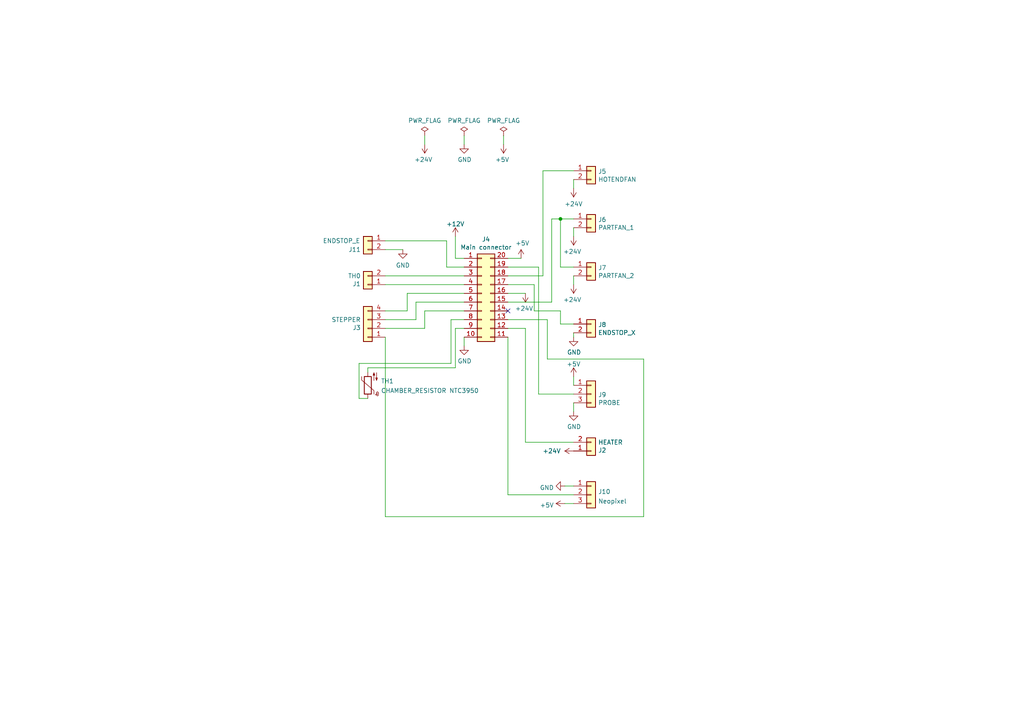
<source format=kicad_sch>
(kicad_sch (version 20211123) (generator eeschema)
  (paper "A4")
  (lib_symbols
    (symbol "Connector_Generic:Conn_01x02" (pin_names (offset 1.016) hide)
      (property "Reference" "J" (at 0 2.54 0))
      (property "Value" "Conn_01x02" (at 0 -5.08 0))
      (symbol "Conn_01x02_1_1"
        (rectangle (start -1.27 -2.413) (end 0 -2.667) (stroke (width 0.1524)))
        (rectangle (start -1.27 0.127) (end 0 -0.127) (stroke (width 0.1524)))
        (rectangle (start -1.27 1.27) (end 1.27 -3.81) (stroke (width 0.254)) (fill (type background)))
        (pin passive line (at -5.08 0 0) (length 3.81) (name "Pin_1") (number "1"))
        (pin passive line (at -5.08 -2.54 0) (length 3.81) (name "Pin_2") (number "2"))
      )
    )
    (symbol "Connector_Generic:Conn_01x03" (pin_names (offset 1.016) hide)
      (property "Reference" "J" (at 0 5.08 0))
      (property "Value" "Conn_01x03" (at 0 -5.08 0))
      (symbol "Conn_01x03_1_1"
        (rectangle (start -1.27 -2.413) (end 0 -2.667) (stroke (width 0.1524)))
        (rectangle (start -1.27 0.127) (end 0 -0.127) (stroke (width 0.1524)))
        (rectangle (start -1.27 2.667) (end 0 2.413) (stroke (width 0.1524)))
        (rectangle (start -1.27 3.81) (end 1.27 -3.81) (stroke (width 0.254)) (fill (type background)))
        (pin passive line (at -5.08 2.54 0) (length 3.81) (name "Pin_1") (number "1"))
        (pin passive line (at -5.08 0 0) (length 3.81) (name "Pin_2") (number "2"))
        (pin passive line (at -5.08 -2.54 0) (length 3.81) (name "Pin_3") (number "3"))
      )
    )
    (symbol "Connector_Generic:Conn_01x04" (pin_names (offset 1.016) hide)
      (property "Reference" "J" (at 0 5.08 0))
      (property "Value" "Conn_01x04" (at 0 -7.62 0))
      (symbol "Conn_01x04_1_1"
        (rectangle (start -1.27 -4.953) (end 0 -5.207) (stroke (width 0.1524)))
        (rectangle (start -1.27 -2.413) (end 0 -2.667) (stroke (width 0.1524)))
        (rectangle (start -1.27 0.127) (end 0 -0.127) (stroke (width 0.1524)))
        (rectangle (start -1.27 2.667) (end 0 2.413) (stroke (width 0.1524)))
        (rectangle (start -1.27 3.81) (end 1.27 -6.35) (stroke (width 0.254)) (fill (type background)))
        (pin passive line (at -5.08 2.54 0) (length 3.81) (name "Pin_1") (number "1"))
        (pin passive line (at -5.08 0 0) (length 3.81) (name "Pin_2") (number "2"))
        (pin passive line (at -5.08 -2.54 0) (length 3.81) (name "Pin_3") (number "3"))
        (pin passive line (at -5.08 -5.08 0) (length 3.81) (name "Pin_4") (number "4"))
      )
    )
    (symbol "Connector_Generic:Conn_02x10_Counter_Clockwise" (pin_names (offset 1.016) hide)
      (property "Reference" "J" (at 1.27 12.7 0))
      (property "Value" "Conn_02x10_Counter_Clockwise" (at 1.27 -15.24 0))
      (symbol "Conn_02x10_Counter_Clockwise_1_1"
        (rectangle (start -1.27 -12.573) (end 0 -12.827) (stroke (width 0.1524)))
        (rectangle (start -1.27 -10.033) (end 0 -10.287) (stroke (width 0.1524)))
        (rectangle (start -1.27 -7.493) (end 0 -7.747) (stroke (width 0.1524)))
        (rectangle (start -1.27 -4.953) (end 0 -5.207) (stroke (width 0.1524)))
        (rectangle (start -1.27 -2.413) (end 0 -2.667) (stroke (width 0.1524)))
        (rectangle (start -1.27 0.127) (end 0 -0.127) (stroke (width 0.1524)))
        (rectangle (start -1.27 2.667) (end 0 2.413) (stroke (width 0.1524)))
        (rectangle (start -1.27 5.207) (end 0 4.953) (stroke (width 0.1524)))
        (rectangle (start -1.27 7.747) (end 0 7.493) (stroke (width 0.1524)))
        (rectangle (start -1.27 10.287) (end 0 10.033) (stroke (width 0.1524)))
        (rectangle (start -1.27 11.43) (end 3.81 -13.97) (stroke (width 0.254)) (fill (type background)))
        (rectangle (start 3.81 -12.573) (end 2.54 -12.827) (stroke (width 0.1524)))
        (rectangle (start 3.81 -10.033) (end 2.54 -10.287) (stroke (width 0.1524)))
        (rectangle (start 3.81 -7.493) (end 2.54 -7.747) (stroke (width 0.1524)))
        (rectangle (start 3.81 -4.953) (end 2.54 -5.207) (stroke (width 0.1524)))
        (rectangle (start 3.81 -2.413) (end 2.54 -2.667) (stroke (width 0.1524)))
        (rectangle (start 3.81 0.127) (end 2.54 -0.127) (stroke (width 0.1524)))
        (rectangle (start 3.81 2.667) (end 2.54 2.413) (stroke (width 0.1524)))
        (rectangle (start 3.81 5.207) (end 2.54 4.953) (stroke (width 0.1524)))
        (rectangle (start 3.81 7.747) (end 2.54 7.493) (stroke (width 0.1524)))
        (rectangle (start 3.81 10.287) (end 2.54 10.033) (stroke (width 0.1524)))
        (pin passive line (at -5.08 10.16 0) (length 3.81) (name "Pin_1") (number "1"))
        (pin passive line (at -5.08 -12.7 0) (length 3.81) (name "Pin_10") (number "10"))
        (pin passive line (at 7.62 -12.7 180) (length 3.81) (name "Pin_11") (number "11"))
        (pin passive line (at 7.62 -10.16 180) (length 3.81) (name "Pin_12") (number "12"))
        (pin passive line (at 7.62 -7.62 180) (length 3.81) (name "Pin_13") (number "13"))
        (pin passive line (at 7.62 -5.08 180) (length 3.81) (name "Pin_14") (number "14"))
        (pin passive line (at 7.62 -2.54 180) (length 3.81) (name "Pin_15") (number "15"))
        (pin passive line (at 7.62 0 180) (length 3.81) (name "Pin_16") (number "16"))
        (pin passive line (at 7.62 2.54 180) (length 3.81) (name "Pin_17") (number "17"))
        (pin passive line (at 7.62 5.08 180) (length 3.81) (name "Pin_18") (number "18"))
        (pin passive line (at 7.62 7.62 180) (length 3.81) (name "Pin_19") (number "19"))
        (pin passive line (at -5.08 7.62 0) (length 3.81) (name "Pin_2") (number "2"))
        (pin passive line (at 7.62 10.16 180) (length 3.81) (name "Pin_20") (number "20"))
        (pin passive line (at -5.08 5.08 0) (length 3.81) (name "Pin_3") (number "3"))
        (pin passive line (at -5.08 2.54 0) (length 3.81) (name "Pin_4") (number "4"))
        (pin passive line (at -5.08 0 0) (length 3.81) (name "Pin_5") (number "5"))
        (pin passive line (at -5.08 -2.54 0) (length 3.81) (name "Pin_6") (number "6"))
        (pin passive line (at -5.08 -5.08 0) (length 3.81) (name "Pin_7") (number "7"))
        (pin passive line (at -5.08 -7.62 0) (length 3.81) (name "Pin_8") (number "8"))
        (pin passive line (at -5.08 -10.16 0) (length 3.81) (name "Pin_9") (number "9"))
      )
    )
    (symbol "Device:Thermistor_NTC" (pin_numbers hide) (pin_names (offset 0))
      (property "Reference" "TH" (at -4.445 0 90))
      (property "Value" "Thermistor_NTC" (at 3.175 0 90))
      (symbol "Thermistor_NTC_0_1"
        (arc (start -3.048 2.159) (mid -3.0505 2.3165) (end -3.175 2.413))
        (arc (start -3.048 2.159) (mid -2.9736 1.9794) (end -2.794 1.905))
        (arc (start -3.048 2.794) (mid -2.9736 2.6144) (end -2.794 2.54))
        (arc (start -2.794 1.905) (mid -2.6144 1.9794) (end -2.54 2.159))
        (arc (start -2.794 2.54) (mid -2.434 2.5608) (end -2.159 2.794))
        (arc (start -2.794 3.048) (mid -2.9736 2.9736) (end -3.048 2.794))
        (arc (start -2.54 2.794) (mid -2.6144 2.9736) (end -2.794 3.048))
        (rectangle (start -1.016 2.54) (end 1.016 -2.54) (stroke (width 0.254)))
        (polyline (pts (xy -2.54 2.159) (xy -2.54 2.794)))
        (polyline (pts (xy -1.778 2.54) (xy -1.778 1.524) (xy 1.778 -1.524) (xy 1.778 -2.54)))
        (polyline (pts (xy -2.54 -3.683) (xy -2.54 -1.397) (xy -2.794 -2.159) (xy -2.286 -2.159) (xy -2.54 -1.397) (xy -2.54 -1.651)) (fill (type outline)))
        (polyline (pts (xy -1.778 -1.397) (xy -1.778 -3.683) (xy -2.032 -2.921) (xy -1.524 -2.921) (xy -1.778 -3.683) (xy -1.778 -3.429)) (fill (type outline)))
      )
      (symbol "Thermistor_NTC_1_1"
        (pin passive line (at 0 3.81 270) (length 1.27) (name "~") (number "1"))
        (pin passive line (at 0 -3.81 90) (length 1.27) (name "~") (number "2"))
      )
    )
    (symbol "power:+12V" (power) (pin_names (offset 0))
      (property "Value" "+12V" (at 0 3.556 0))
      (symbol "+12V_0_1"
        (polyline (pts (xy -0.762 1.27) (xy 0 2.54)))
        (polyline (pts (xy 0 0) (xy 0 2.54)))
        (polyline (pts (xy 0 2.54) (xy 0.762 1.27)))
      )
      (symbol "+12V_1_1"
        (pin power_in line (at 0 0 90) (length 0) hide (name "+12V") (number "1"))
      )
    )
    (symbol "power:+24V" (power) (pin_names (offset 0))
      (property "Value" "+24V" (at 0 3.556 0))
      (symbol "+24V_0_1"
        (polyline (pts (xy -0.762 1.27) (xy 0 2.54)))
        (polyline (pts (xy 0 0) (xy 0 2.54)))
        (polyline (pts (xy 0 2.54) (xy 0.762 1.27)))
      )
      (symbol "+24V_1_1"
        (pin power_in line (at 0 0 90) (length 0) hide (name "+24V") (number "1"))
      )
    )
    (symbol "power:+5V" (power) (pin_names (offset 0))
      (property "Value" "+5V" (at 0 3.556 0))
      (symbol "+5V_0_1"
        (polyline (pts (xy -0.762 1.27) (xy 0 2.54)))
        (polyline (pts (xy 0 0) (xy 0 2.54)))
        (polyline (pts (xy 0 2.54) (xy 0.762 1.27)))
      )
      (symbol "+5V_1_1"
        (pin power_in line (at 0 0 90) (length 0) hide (name "+5V") (number "1"))
      )
    )
    (symbol "power:GND" (power) (pin_names (offset 0))
      (property "Value" "GND" (at 0 -3.81 0))
      (symbol "GND_0_1"
        (polyline (pts (xy 0 0) (xy 0 -1.27) (xy 1.27 -1.27) (xy 0 -2.54) (xy -1.27 -1.27) (xy 0 -1.27)))
      )
      (symbol "GND_1_1"
        (pin power_in line (at 0 0 270) (length 0) hide (name "GND") (number "1"))
      )
    )
    (symbol "power:PWR_FLAG" (power) (pin_numbers hide) (pin_names (offset 0) hide)
      (property "Value" "PWR_FLAG" (at 0 3.81 0))
      (symbol "PWR_FLAG_0_0"
        (pin power_out line (at 0 0 90) (length 0) (name "pwr") (number "1"))
      )
      (symbol "PWR_FLAG_0_1"
        (polyline (pts (xy 0 0) (xy 0 1.27) (xy -1.016 1.905) (xy 0 2.54) (xy 1.016 1.905) (xy 0 1.27)))
      )
    )
  )
  (junction (at 162.56 63.5))
  (no_connect (at 147.32 90.17))
  (wire (pts (xy 132.08 106.68) (xy 132.08 95.25)))
  (wire (pts (xy 156.21 114.3) (xy 166.37 114.3)))
  (wire (pts (xy 130.81 105.41) (xy 104.14 105.41)))
  (wire (pts (xy 154.94 82.55) (xy 147.32 82.55)))
  (wire (pts (xy 157.48 49.53) (xy 157.48 80.01)))
  (wire (pts (xy 163.83 146.05) (xy 166.37 146.05)))
  (wire (pts (xy 186.69 149.86) (xy 111.76 149.86)))
  (wire (pts (xy 166.37 63.5) (xy 162.56 63.5)))
  (wire (pts (xy 147.32 77.47) (xy 156.21 77.47)))
  (wire (pts (xy 166.37 116.84) (xy 166.37 119.38)))
  (wire (pts (xy 104.14 105.41) (xy 104.14 115.57)))
  (wire (pts (xy 146.05 41.91) (xy 146.05 39.37)))
  (wire (pts (xy 123.19 90.17) (xy 134.62 90.17)))
  (wire (pts (xy 162.56 93.98) (xy 162.56 90.17)))
  (wire (pts (xy 134.62 74.93) (xy 132.08 74.93)))
  (wire (pts (xy 111.76 92.71) (xy 120.65 92.71)))
  (wire (pts (xy 163.83 140.97) (xy 166.37 140.97)))
  (wire (pts (xy 152.4 95.25) (xy 152.4 128.27)))
  (wire (pts (xy 132.08 68.58) (xy 132.08 74.93)))
  (wire (pts (xy 111.76 95.25) (xy 123.19 95.25)))
  (wire (pts (xy 111.76 69.85) (xy 129.54 69.85)))
  (wire (pts (xy 111.76 90.17) (xy 118.11 90.17)))
  (wire (pts (xy 158.75 104.14) (xy 158.75 92.71)))
  (wire (pts (xy 111.76 72.39) (xy 116.84 72.39)))
  (wire (pts (xy 160.02 63.5) (xy 160.02 87.63)))
  (wire (pts (xy 166.37 49.53) (xy 157.48 49.53)))
  (wire (pts (xy 166.37 97.79) (xy 166.37 96.52)))
  (wire (pts (xy 166.37 82.55) (xy 166.37 80.01)))
  (wire (pts (xy 120.65 92.71) (xy 120.65 87.63)))
  (wire (pts (xy 157.48 80.01) (xy 147.32 80.01)))
  (wire (pts (xy 186.69 104.14) (xy 186.69 149.86)))
  (wire (pts (xy 162.56 63.5) (xy 160.02 63.5)))
  (wire (pts (xy 134.62 41.91) (xy 134.62 39.37)))
  (wire (pts (xy 134.62 92.71) (xy 130.81 92.71)))
  (wire (pts (xy 130.81 92.71) (xy 130.81 105.41)))
  (wire (pts (xy 158.75 104.14) (xy 186.69 104.14)))
  (wire (pts (xy 166.37 93.98) (xy 162.56 93.98)))
  (wire (pts (xy 147.32 95.25) (xy 152.4 95.25)))
  (wire (pts (xy 104.14 115.57) (xy 106.68 115.57)))
  (wire (pts (xy 152.4 128.27) (xy 166.37 128.27)))
  (wire (pts (xy 129.54 69.85) (xy 129.54 77.47)))
  (wire (pts (xy 111.76 97.79) (xy 111.76 149.86)))
  (wire (pts (xy 134.62 97.79) (xy 134.62 100.33)))
  (wire (pts (xy 111.76 80.01) (xy 134.62 80.01)))
  (wire (pts (xy 118.11 85.09) (xy 134.62 85.09)))
  (wire (pts (xy 162.56 90.17) (xy 154.94 90.17)))
  (wire (pts (xy 106.68 106.68) (xy 132.08 106.68)))
  (wire (pts (xy 160.02 87.63) (xy 147.32 87.63)))
  (wire (pts (xy 162.56 63.5) (xy 162.56 77.47)))
  (wire (pts (xy 166.37 109.22) (xy 166.37 111.76)))
  (wire (pts (xy 106.68 107.95) (xy 106.68 106.68)))
  (wire (pts (xy 166.37 143.51) (xy 147.32 143.51)))
  (wire (pts (xy 154.94 90.17) (xy 154.94 82.55)))
  (wire (pts (xy 166.37 77.47) (xy 162.56 77.47)))
  (wire (pts (xy 129.54 77.47) (xy 134.62 77.47)))
  (wire (pts (xy 147.32 85.09) (xy 152.4 85.09)))
  (wire (pts (xy 111.76 82.55) (xy 134.62 82.55)))
  (wire (pts (xy 158.75 92.71) (xy 147.32 92.71)))
  (wire (pts (xy 147.32 143.51) (xy 147.32 97.79)))
  (wire (pts (xy 166.37 68.58) (xy 166.37 66.04)))
  (wire (pts (xy 120.65 87.63) (xy 134.62 87.63)))
  (wire (pts (xy 166.37 54.61) (xy 166.37 52.07)))
  (wire (pts (xy 123.19 95.25) (xy 123.19 90.17)))
  (wire (pts (xy 147.32 74.93) (xy 151.13 74.93)))
  (wire (pts (xy 156.21 114.3) (xy 156.21 77.47)))
  (wire (pts (xy 118.11 90.17) (xy 118.11 85.09)))
  (wire (pts (xy 132.08 95.25) (xy 134.62 95.25)))
  (wire (pts (xy 123.19 41.91) (xy 123.19 39.37)))
  (symbol (lib_id "Connector_Generic:Conn_02x10_Counter_Clockwise") (at 139.7 85.09 0) (unit 1)
    (property "Reference" "J4" (at 140.97 69.4182 0))
    (property "Value" "Main connector" (at 140.97 71.7296 0))
    (property "Footprint" "Connector_Molex:Molex_Micro-Fit_3.0_43045-2000_2x10_P3.00mm_Horizontal" (effects hide))
  )
  (symbol (lib_id "Connector_Generic:Conn_01x02") (at 171.45 130.81 0) (mirror x) (unit 1)
    (property "Reference" "J2" (at 173.482 130.6068 0) (effects (justify left)))
    (property "Value" "HEATER" (at 173.482 128.2954 0) (effects (justify left)))
    (property "Footprint" "Connector_Molex:Molex_Micro-Fit_3.0_43650-0200_1x02_P3.00mm_Horizontal" (effects hide))
  )
  (symbol (lib_id "Connector_Generic:Conn_01x02") (at 106.68 82.55 180) (unit 1)
    (property "Reference" "J1" (at 104.648 82.3468 0) (effects (justify left)))
    (property "Value" "TH0" (at 104.648 80.0354 0) (effects (justify left)))
    (property "Footprint" "Connector_JST:JST_PH_B2B-PH-K_1x02_P2.00mm_Vertical" (effects hide))
  )
  (symbol (lib_id "Connector_Generic:Conn_01x02") (at 171.45 63.5 0) (unit 1)
    (property "Reference" "J6" (at 173.482 63.7032 0) (effects (justify left)))
    (property "Value" "PARTFAN_1" (at 173.482 66.0146 0) (effects (justify left)))
    (property "Footprint" "Connector_JST:JST_PH_S2B-PH-K_1x02_P2.00mm_Horizontal" (effects hide))
  )
  (symbol (lib_id "Connector_Generic:Conn_01x02") (at 171.45 77.47 0) (unit 1)
    (property "Reference" "J7" (at 173.482 77.6732 0) (effects (justify left)))
    (property "Value" "PARTFAN_2" (at 173.482 79.9846 0) (effects (justify left)))
    (property "Footprint" "Connector_JST:JST_PH_B2B-PH-K_1x02_P2.00mm_Vertical" (effects hide))
  )
  (symbol (lib_id "Connector_Generic:Conn_01x02") (at 171.45 49.53 0) (unit 1)
    (property "Reference" "J5" (at 173.482 49.7332 0) (effects (justify left)))
    (property "Value" "HOTENDFAN" (at 173.482 52.0446 0) (effects (justify left)))
    (property "Footprint" "Connector_JST:JST_PH_S2B-PH-K_1x02_P2.00mm_Horizontal" (effects hide))
  )
  (symbol (lib_id "Connector_Generic:Conn_01x02") (at 171.45 93.98 0) (unit 1)
    (property "Reference" "J8" (at 173.482 94.1832 0) (effects (justify left)))
    (property "Value" "ENDSTOP_X" (at 173.482 96.4946 0) (effects (justify left)))
    (property "Footprint" "Connector_JST:JST_PH_S2B-PH-K_1x02_P2.00mm_Horizontal" (effects hide))
  )
  (symbol (lib_id "Connector_Generic:Conn_01x03") (at 171.45 114.3 0) (unit 1)
    (property "Reference" "J9" (at 173.482 114.5032 0) (effects (justify left)))
    (property "Value" "PROBE" (at 173.482 116.8146 0) (effects (justify left)))
    (property "Footprint" "Connector_JST:JST_PH_S3B-PH-K_1x03_P2.00mm_Horizontal" (effects hide))
  )
  (symbol (lib_id "Connector_Generic:Conn_01x04") (at 106.68 95.25 180) (unit 1)
    (property "Reference" "J3" (at 104.648 95.0468 0) (effects (justify left)))
    (property "Value" "STEPPER" (at 104.648 92.7354 0) (effects (justify left)))
    (property "Footprint" "Connector_JST:JST_PH_B4B-PH-K_1x04_P2.00mm_Vertical" (effects hide))
  )
  (symbol (lib_id "power:+5V") (at 151.13 74.93 0) (unit 1)
    (property "Reference" "#PWR02" (effects hide))
    (property "Value" "+5V" (at 151.511 70.5358 0))
  )
  (symbol (lib_id "power:+24V") (at 152.4 85.09 180) (unit 1)
    (property "Reference" "#PWR03" (effects hide))
    (property "Value" "+24V" (at 152.019 89.4842 0))
  )
  (symbol (lib_id "power:+24V") (at 166.37 68.58 180) (unit 1)
    (property "Reference" "#PWR06" (effects hide))
    (property "Value" "+24V" (at 165.989 72.9742 0))
  )
  (symbol (lib_id "power:+24V") (at 166.37 82.55 180) (unit 1)
    (property "Reference" "#PWR07" (effects hide))
    (property "Value" "+24V" (at 165.989 86.9442 0))
  )
  (symbol (lib_id "power:GND") (at 134.62 100.33 0) (unit 1)
    (property "Reference" "#PWR04" (effects hide))
    (property "Value" "GND" (at 134.747 104.7242 0))
  )
  (symbol (lib_id "power:GND") (at 166.37 97.79 0) (unit 1)
    (property "Reference" "#PWR08" (effects hide))
    (property "Value" "GND" (at 166.497 102.1842 0))
  )
  (symbol (lib_id "power:GND") (at 166.37 119.38 0) (unit 1)
    (property "Reference" "#PWR09" (effects hide))
    (property "Value" "GND" (at 166.497 123.7742 0))
  )
  (symbol (lib_id "power:+24V") (at 166.37 130.81 90) (unit 1)
    (property "Reference" "#PWR0105" (effects hide))
    (property "Value" "+24V" (at 160.02 130.81 90))
  )
  (symbol (lib_id "power:PWR_FLAG") (at 123.19 39.37 0) (unit 1)
    (property "Reference" "#FLG0101" (effects hide))
    (property "Value" "PWR_FLAG" (at 123.19 34.9758 0))
  )
  (symbol (lib_id "power:PWR_FLAG") (at 134.62 39.37 0) (unit 1)
    (property "Reference" "#FLG0102" (effects hide))
    (property "Value" "PWR_FLAG" (at 134.62 34.9758 0))
  )
  (symbol (lib_id "power:+24V") (at 123.19 41.91 180) (unit 1)
    (property "Reference" "#PWR0101" (effects hide))
    (property "Value" "+24V" (at 122.809 46.3042 0))
  )
  (symbol (lib_id "power:GND") (at 134.62 41.91 0) (unit 1)
    (property "Reference" "#PWR0102" (effects hide))
    (property "Value" "GND" (at 134.747 46.3042 0))
  )
  (symbol (lib_id "power:PWR_FLAG") (at 146.05 39.37 0) (unit 1)
    (property "Reference" "#FLG0103" (effects hide))
    (property "Value" "PWR_FLAG" (at 146.05 34.9758 0))
  )
  (symbol (lib_id "power:+5V") (at 146.05 41.91 180) (unit 1)
    (property "Reference" "#PWR0103" (effects hide))
    (property "Value" "+5V" (at 145.669 46.3042 0))
  )
  (symbol (lib_id "power:+5V") (at 166.37 109.22 0) (unit 1)
    (property "Reference" "#PWR0104" (effects hide))
    (property "Value" "+5V" (at 166.37 105.6155 0))
  )
  (symbol (lib_id "power:GND") (at 163.83 140.97 270) (unit 1)
    (property "Reference" "#PWR0108" (effects hide))
    (property "Value" "GND" (at 160.6551 141.449 90) (effects (justify right)))
  )
  (symbol (lib_id "power:GND") (at 116.84 72.39 0) (unit 1)
    (property "Reference" "#PWR0110" (effects hide))
    (property "Value" "GND" (at 116.84 76.9525 0))
  )
  (symbol (lib_id "Connector_Generic:Conn_01x03") (at 171.45 143.51 0) (unit 1)
    (property "Reference" "J10" (at 173.482 142.6015 0) (effects (justify left)))
    (property "Value" "Neopixel" (at 173.482 145.3766 0) (effects (justify left)))
    (property "Footprint" "Connector_JST:JST_PH_S3B-PH-K_1x03_P2.00mm_Horizontal" (effects hide))
  )
  (symbol (lib_id "power:+12V") (at 132.08 68.58 0) (unit 1)
    (property "Reference" "#PWR0109" (effects hide))
    (property "Value" "+12V" (at 132.08 64.9755 0))
  )
  (symbol (lib_id "power:+24V") (at 166.37 54.61 180) (unit 1)
    (property "Reference" "#PWR0106" (effects hide))
    (property "Value" "+24V" (at 166.37 59.1725 0))
  )
  (symbol (lib_id "Device:Thermistor_NTC") (at 106.68 111.76 180) (unit 1)
    (property "Reference" "TH1" (at 110.49 110.534 0) (effects (justify right)))
    (property "Value" "CHAMBER_RESISTOR NTC3950" (at 110.49 113.3091 0) (effects (justify right)))
    (property "Footprint" "Diode_THT:D_A-405_P7.62mm_Horizontal" (effects hide))
  )
  (symbol (lib_id "Connector_Generic:Conn_01x02") (at 106.68 69.85 0) (mirror y) (unit 1)
    (property "Reference" "J11" (at 102.87 72.39 0))
    (property "Value" "ENDSTOP_E" (at 99.06 69.85 0))
    (property "Footprint" "Connector_JST:JST_PH_B2B-PH-K_1x02_P2.00mm_Vertical" (effects hide))
  )
  (symbol (lib_id "power:+5V") (at 163.83 146.05 90) (unit 1)
    (property "Reference" "#PWR0107" (effects hide))
    (property "Value" "+5V" (at 160.6551 146.529 90) (effects (justify left)))
  )
)
</source>
